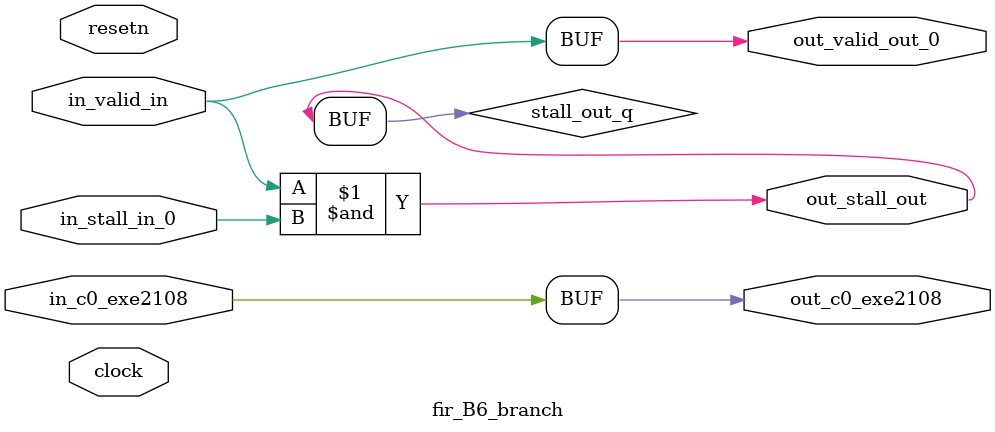
<source format=sv>



(* altera_attribute = "-name AUTO_SHIFT_REGISTER_RECOGNITION OFF; -name MESSAGE_DISABLE 10036; -name MESSAGE_DISABLE 10037; -name MESSAGE_DISABLE 14130; -name MESSAGE_DISABLE 14320; -name MESSAGE_DISABLE 15400; -name MESSAGE_DISABLE 14130; -name MESSAGE_DISABLE 10036; -name MESSAGE_DISABLE 12020; -name MESSAGE_DISABLE 12030; -name MESSAGE_DISABLE 12010; -name MESSAGE_DISABLE 12110; -name MESSAGE_DISABLE 14320; -name MESSAGE_DISABLE 13410; -name MESSAGE_DISABLE 113007; -name MESSAGE_DISABLE 10958" *)
module fir_B6_branch (
    input wire [0:0] in_c0_exe2108,
    input wire [0:0] in_stall_in_0,
    input wire [0:0] in_valid_in,
    output wire [0:0] out_c0_exe2108,
    output wire [0:0] out_stall_out,
    output wire [0:0] out_valid_out_0,
    input wire clock,
    input wire resetn
    );

    wire [0:0] stall_out_q;


    // out_c0_exe2108(GPOUT,5)
    assign out_c0_exe2108 = in_c0_exe2108;

    // stall_out(LOGICAL,8)
    assign stall_out_q = in_valid_in & in_stall_in_0;

    // out_stall_out(GPOUT,6)
    assign out_stall_out = stall_out_q;

    // out_valid_out_0(GPOUT,7)
    assign out_valid_out_0 = in_valid_in;

endmodule

</source>
